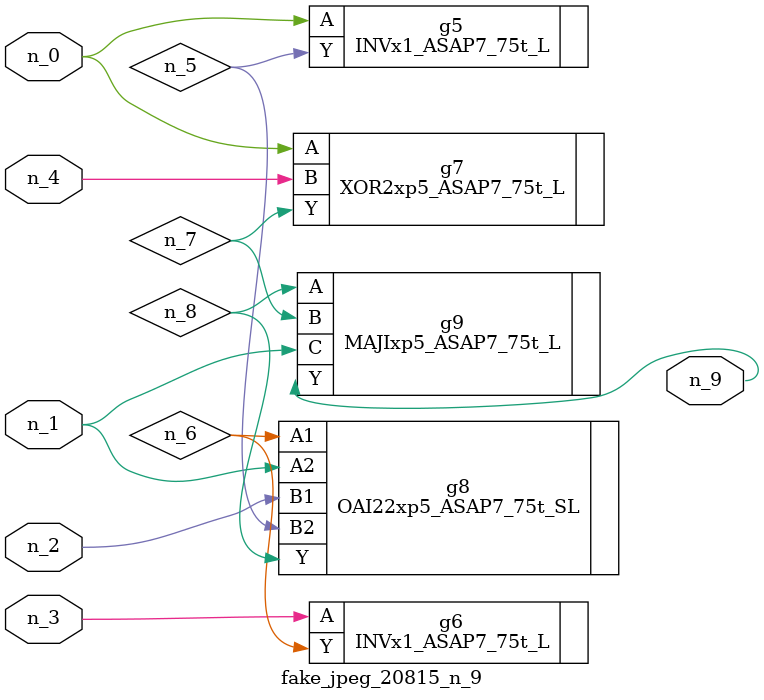
<source format=v>
module fake_jpeg_20815_n_9 (n_3, n_2, n_1, n_0, n_4, n_9);

input n_3;
input n_2;
input n_1;
input n_0;
input n_4;

output n_9;

wire n_8;
wire n_6;
wire n_5;
wire n_7;

INVx1_ASAP7_75t_L g5 ( 
.A(n_0),
.Y(n_5)
);

INVx1_ASAP7_75t_L g6 ( 
.A(n_3),
.Y(n_6)
);

XOR2xp5_ASAP7_75t_L g7 ( 
.A(n_0),
.B(n_4),
.Y(n_7)
);

OAI22xp5_ASAP7_75t_SL g8 ( 
.A1(n_6),
.A2(n_1),
.B1(n_2),
.B2(n_5),
.Y(n_8)
);

MAJIxp5_ASAP7_75t_L g9 ( 
.A(n_8),
.B(n_7),
.C(n_1),
.Y(n_9)
);


endmodule
</source>
